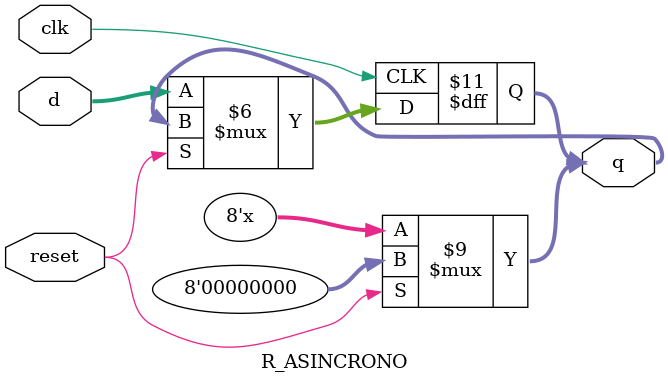
<source format=v>
`timescale 1ns / 1ps


module R_ASINCRONO(
//---------I/O---------
    input [7:0] d,
    input reset,clk,
    output reg [7:0] q
    );
//Declaracion de señales internas

//Cuerpo del modulo
    always@(reset)
        begin
            if(reset == 1'b1)
                q = 0;
        end //always
    
    always@(posedge clk)
        begin
            if(reset == 1'b0)
                q = d;
        end //end always
   
endmodule

</source>
